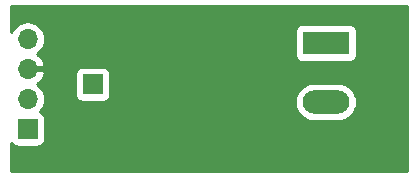
<source format=gbr>
G04 #@! TF.GenerationSoftware,KiCad,Pcbnew,5.1.2*
G04 #@! TF.CreationDate,2019-06-26T09:28:03-05:00*
G04 #@! TF.ProjectId,LN4890,4c4e3438-3930-42e6-9b69-6361645f7063,rev?*
G04 #@! TF.SameCoordinates,Original*
G04 #@! TF.FileFunction,Copper,L2,Bot*
G04 #@! TF.FilePolarity,Positive*
%FSLAX46Y46*%
G04 Gerber Fmt 4.6, Leading zero omitted, Abs format (unit mm)*
G04 Created by KiCad (PCBNEW 5.1.2) date 2019-06-26 09:28:03*
%MOMM*%
%LPD*%
G04 APERTURE LIST*
%ADD10R,3.960000X1.980000*%
%ADD11O,3.960000X1.980000*%
%ADD12R,1.700000X1.700000*%
%ADD13O,1.700000X1.700000*%
%ADD14C,0.800000*%
%ADD15C,0.254000*%
G04 APERTURE END LIST*
D10*
X156250000Y-82250000D03*
D11*
X156250000Y-87250000D03*
D12*
X136500000Y-85750000D03*
X131000000Y-89540000D03*
D13*
X131000000Y-87000000D03*
X131000000Y-84460000D03*
X131000000Y-81920000D03*
D14*
X148000000Y-84750000D03*
X142250000Y-80500000D03*
X133250000Y-83500000D03*
X139750000Y-87000000D03*
X150000000Y-88000000D03*
X150000000Y-81500000D03*
D15*
G36*
X163123000Y-93123000D02*
G01*
X129627000Y-93123000D01*
X129627000Y-90753678D01*
X129698815Y-90841185D01*
X129795506Y-90920537D01*
X129905820Y-90979502D01*
X130025518Y-91015812D01*
X130150000Y-91028072D01*
X131850000Y-91028072D01*
X131974482Y-91015812D01*
X132094180Y-90979502D01*
X132204494Y-90920537D01*
X132301185Y-90841185D01*
X132380537Y-90744494D01*
X132439502Y-90634180D01*
X132475812Y-90514482D01*
X132488072Y-90390000D01*
X132488072Y-88690000D01*
X132475812Y-88565518D01*
X132439502Y-88445820D01*
X132380537Y-88335506D01*
X132301185Y-88238815D01*
X132204494Y-88159463D01*
X132094180Y-88100498D01*
X132025313Y-88079607D01*
X132055134Y-88055134D01*
X132240706Y-87829014D01*
X132378599Y-87571034D01*
X132463513Y-87291111D01*
X132467562Y-87250000D01*
X153627138Y-87250000D01*
X153658513Y-87568556D01*
X153751432Y-87874869D01*
X153902325Y-88157170D01*
X154105392Y-88404608D01*
X154352830Y-88607675D01*
X154635131Y-88758568D01*
X154941444Y-88851487D01*
X155180176Y-88875000D01*
X157319824Y-88875000D01*
X157558556Y-88851487D01*
X157864869Y-88758568D01*
X158147170Y-88607675D01*
X158394608Y-88404608D01*
X158597675Y-88157170D01*
X158748568Y-87874869D01*
X158841487Y-87568556D01*
X158872862Y-87250000D01*
X158841487Y-86931444D01*
X158748568Y-86625131D01*
X158597675Y-86342830D01*
X158394608Y-86095392D01*
X158147170Y-85892325D01*
X157864869Y-85741432D01*
X157558556Y-85648513D01*
X157319824Y-85625000D01*
X155180176Y-85625000D01*
X154941444Y-85648513D01*
X154635131Y-85741432D01*
X154352830Y-85892325D01*
X154105392Y-86095392D01*
X153902325Y-86342830D01*
X153751432Y-86625131D01*
X153658513Y-86931444D01*
X153627138Y-87250000D01*
X132467562Y-87250000D01*
X132492185Y-87000000D01*
X132463513Y-86708889D01*
X132378599Y-86428966D01*
X132240706Y-86170986D01*
X132055134Y-85944866D01*
X131829014Y-85759294D01*
X131764477Y-85724799D01*
X131881355Y-85655178D01*
X132097588Y-85460269D01*
X132271641Y-85226920D01*
X132396825Y-84964099D01*
X132416267Y-84900000D01*
X135011928Y-84900000D01*
X135011928Y-86600000D01*
X135024188Y-86724482D01*
X135060498Y-86844180D01*
X135119463Y-86954494D01*
X135198815Y-87051185D01*
X135295506Y-87130537D01*
X135405820Y-87189502D01*
X135525518Y-87225812D01*
X135650000Y-87238072D01*
X137350000Y-87238072D01*
X137474482Y-87225812D01*
X137594180Y-87189502D01*
X137704494Y-87130537D01*
X137801185Y-87051185D01*
X137880537Y-86954494D01*
X137939502Y-86844180D01*
X137975812Y-86724482D01*
X137988072Y-86600000D01*
X137988072Y-84900000D01*
X137975812Y-84775518D01*
X137939502Y-84655820D01*
X137880537Y-84545506D01*
X137801185Y-84448815D01*
X137704494Y-84369463D01*
X137594180Y-84310498D01*
X137474482Y-84274188D01*
X137350000Y-84261928D01*
X135650000Y-84261928D01*
X135525518Y-84274188D01*
X135405820Y-84310498D01*
X135295506Y-84369463D01*
X135198815Y-84448815D01*
X135119463Y-84545506D01*
X135060498Y-84655820D01*
X135024188Y-84775518D01*
X135011928Y-84900000D01*
X132416267Y-84900000D01*
X132441476Y-84816890D01*
X132320155Y-84587000D01*
X131127000Y-84587000D01*
X131127000Y-84607000D01*
X130873000Y-84607000D01*
X130873000Y-84587000D01*
X130853000Y-84587000D01*
X130853000Y-84333000D01*
X130873000Y-84333000D01*
X130873000Y-84313000D01*
X131127000Y-84313000D01*
X131127000Y-84333000D01*
X132320155Y-84333000D01*
X132441476Y-84103110D01*
X132396825Y-83955901D01*
X132271641Y-83693080D01*
X132097588Y-83459731D01*
X131881355Y-83264822D01*
X131764477Y-83195201D01*
X131829014Y-83160706D01*
X132055134Y-82975134D01*
X132240706Y-82749014D01*
X132378599Y-82491034D01*
X132463513Y-82211111D01*
X132492185Y-81920000D01*
X132463513Y-81628889D01*
X132378599Y-81348966D01*
X132331046Y-81260000D01*
X153631928Y-81260000D01*
X153631928Y-83240000D01*
X153644188Y-83364482D01*
X153680498Y-83484180D01*
X153739463Y-83594494D01*
X153818815Y-83691185D01*
X153915506Y-83770537D01*
X154025820Y-83829502D01*
X154145518Y-83865812D01*
X154270000Y-83878072D01*
X158230000Y-83878072D01*
X158354482Y-83865812D01*
X158474180Y-83829502D01*
X158584494Y-83770537D01*
X158681185Y-83691185D01*
X158760537Y-83594494D01*
X158819502Y-83484180D01*
X158855812Y-83364482D01*
X158868072Y-83240000D01*
X158868072Y-81260000D01*
X158855812Y-81135518D01*
X158819502Y-81015820D01*
X158760537Y-80905506D01*
X158681185Y-80808815D01*
X158584494Y-80729463D01*
X158474180Y-80670498D01*
X158354482Y-80634188D01*
X158230000Y-80621928D01*
X154270000Y-80621928D01*
X154145518Y-80634188D01*
X154025820Y-80670498D01*
X153915506Y-80729463D01*
X153818815Y-80808815D01*
X153739463Y-80905506D01*
X153680498Y-81015820D01*
X153644188Y-81135518D01*
X153631928Y-81260000D01*
X132331046Y-81260000D01*
X132240706Y-81090986D01*
X132055134Y-80864866D01*
X131829014Y-80679294D01*
X131571034Y-80541401D01*
X131291111Y-80456487D01*
X131072950Y-80435000D01*
X130927050Y-80435000D01*
X130708889Y-80456487D01*
X130428966Y-80541401D01*
X130170986Y-80679294D01*
X129944866Y-80864866D01*
X129759294Y-81090986D01*
X129627000Y-81338491D01*
X129627000Y-79127000D01*
X163123000Y-79127000D01*
X163123000Y-93123000D01*
X163123000Y-93123000D01*
G37*
X163123000Y-93123000D02*
X129627000Y-93123000D01*
X129627000Y-90753678D01*
X129698815Y-90841185D01*
X129795506Y-90920537D01*
X129905820Y-90979502D01*
X130025518Y-91015812D01*
X130150000Y-91028072D01*
X131850000Y-91028072D01*
X131974482Y-91015812D01*
X132094180Y-90979502D01*
X132204494Y-90920537D01*
X132301185Y-90841185D01*
X132380537Y-90744494D01*
X132439502Y-90634180D01*
X132475812Y-90514482D01*
X132488072Y-90390000D01*
X132488072Y-88690000D01*
X132475812Y-88565518D01*
X132439502Y-88445820D01*
X132380537Y-88335506D01*
X132301185Y-88238815D01*
X132204494Y-88159463D01*
X132094180Y-88100498D01*
X132025313Y-88079607D01*
X132055134Y-88055134D01*
X132240706Y-87829014D01*
X132378599Y-87571034D01*
X132463513Y-87291111D01*
X132467562Y-87250000D01*
X153627138Y-87250000D01*
X153658513Y-87568556D01*
X153751432Y-87874869D01*
X153902325Y-88157170D01*
X154105392Y-88404608D01*
X154352830Y-88607675D01*
X154635131Y-88758568D01*
X154941444Y-88851487D01*
X155180176Y-88875000D01*
X157319824Y-88875000D01*
X157558556Y-88851487D01*
X157864869Y-88758568D01*
X158147170Y-88607675D01*
X158394608Y-88404608D01*
X158597675Y-88157170D01*
X158748568Y-87874869D01*
X158841487Y-87568556D01*
X158872862Y-87250000D01*
X158841487Y-86931444D01*
X158748568Y-86625131D01*
X158597675Y-86342830D01*
X158394608Y-86095392D01*
X158147170Y-85892325D01*
X157864869Y-85741432D01*
X157558556Y-85648513D01*
X157319824Y-85625000D01*
X155180176Y-85625000D01*
X154941444Y-85648513D01*
X154635131Y-85741432D01*
X154352830Y-85892325D01*
X154105392Y-86095392D01*
X153902325Y-86342830D01*
X153751432Y-86625131D01*
X153658513Y-86931444D01*
X153627138Y-87250000D01*
X132467562Y-87250000D01*
X132492185Y-87000000D01*
X132463513Y-86708889D01*
X132378599Y-86428966D01*
X132240706Y-86170986D01*
X132055134Y-85944866D01*
X131829014Y-85759294D01*
X131764477Y-85724799D01*
X131881355Y-85655178D01*
X132097588Y-85460269D01*
X132271641Y-85226920D01*
X132396825Y-84964099D01*
X132416267Y-84900000D01*
X135011928Y-84900000D01*
X135011928Y-86600000D01*
X135024188Y-86724482D01*
X135060498Y-86844180D01*
X135119463Y-86954494D01*
X135198815Y-87051185D01*
X135295506Y-87130537D01*
X135405820Y-87189502D01*
X135525518Y-87225812D01*
X135650000Y-87238072D01*
X137350000Y-87238072D01*
X137474482Y-87225812D01*
X137594180Y-87189502D01*
X137704494Y-87130537D01*
X137801185Y-87051185D01*
X137880537Y-86954494D01*
X137939502Y-86844180D01*
X137975812Y-86724482D01*
X137988072Y-86600000D01*
X137988072Y-84900000D01*
X137975812Y-84775518D01*
X137939502Y-84655820D01*
X137880537Y-84545506D01*
X137801185Y-84448815D01*
X137704494Y-84369463D01*
X137594180Y-84310498D01*
X137474482Y-84274188D01*
X137350000Y-84261928D01*
X135650000Y-84261928D01*
X135525518Y-84274188D01*
X135405820Y-84310498D01*
X135295506Y-84369463D01*
X135198815Y-84448815D01*
X135119463Y-84545506D01*
X135060498Y-84655820D01*
X135024188Y-84775518D01*
X135011928Y-84900000D01*
X132416267Y-84900000D01*
X132441476Y-84816890D01*
X132320155Y-84587000D01*
X131127000Y-84587000D01*
X131127000Y-84607000D01*
X130873000Y-84607000D01*
X130873000Y-84587000D01*
X130853000Y-84587000D01*
X130853000Y-84333000D01*
X130873000Y-84333000D01*
X130873000Y-84313000D01*
X131127000Y-84313000D01*
X131127000Y-84333000D01*
X132320155Y-84333000D01*
X132441476Y-84103110D01*
X132396825Y-83955901D01*
X132271641Y-83693080D01*
X132097588Y-83459731D01*
X131881355Y-83264822D01*
X131764477Y-83195201D01*
X131829014Y-83160706D01*
X132055134Y-82975134D01*
X132240706Y-82749014D01*
X132378599Y-82491034D01*
X132463513Y-82211111D01*
X132492185Y-81920000D01*
X132463513Y-81628889D01*
X132378599Y-81348966D01*
X132331046Y-81260000D01*
X153631928Y-81260000D01*
X153631928Y-83240000D01*
X153644188Y-83364482D01*
X153680498Y-83484180D01*
X153739463Y-83594494D01*
X153818815Y-83691185D01*
X153915506Y-83770537D01*
X154025820Y-83829502D01*
X154145518Y-83865812D01*
X154270000Y-83878072D01*
X158230000Y-83878072D01*
X158354482Y-83865812D01*
X158474180Y-83829502D01*
X158584494Y-83770537D01*
X158681185Y-83691185D01*
X158760537Y-83594494D01*
X158819502Y-83484180D01*
X158855812Y-83364482D01*
X158868072Y-83240000D01*
X158868072Y-81260000D01*
X158855812Y-81135518D01*
X158819502Y-81015820D01*
X158760537Y-80905506D01*
X158681185Y-80808815D01*
X158584494Y-80729463D01*
X158474180Y-80670498D01*
X158354482Y-80634188D01*
X158230000Y-80621928D01*
X154270000Y-80621928D01*
X154145518Y-80634188D01*
X154025820Y-80670498D01*
X153915506Y-80729463D01*
X153818815Y-80808815D01*
X153739463Y-80905506D01*
X153680498Y-81015820D01*
X153644188Y-81135518D01*
X153631928Y-81260000D01*
X132331046Y-81260000D01*
X132240706Y-81090986D01*
X132055134Y-80864866D01*
X131829014Y-80679294D01*
X131571034Y-80541401D01*
X131291111Y-80456487D01*
X131072950Y-80435000D01*
X130927050Y-80435000D01*
X130708889Y-80456487D01*
X130428966Y-80541401D01*
X130170986Y-80679294D01*
X129944866Y-80864866D01*
X129759294Y-81090986D01*
X129627000Y-81338491D01*
X129627000Y-79127000D01*
X163123000Y-79127000D01*
X163123000Y-93123000D01*
M02*

</source>
